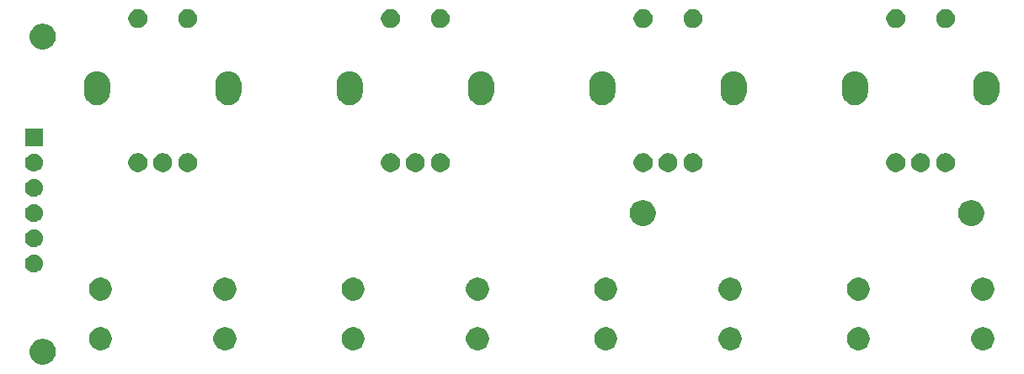
<source format=gbr>
G04 #@! TF.GenerationSoftware,KiCad,Pcbnew,5.0.1+dfsg1-2*
G04 #@! TF.CreationDate,2019-02-06T11:22:59+01:00*
G04 #@! TF.ProjectId,encoder-board,656E636F6465722D626F6172642E6B69,rev?*
G04 #@! TF.SameCoordinates,Original*
G04 #@! TF.FileFunction,Soldermask,Bot*
G04 #@! TF.FilePolarity,Negative*
%FSLAX46Y46*%
G04 Gerber Fmt 4.6, Leading zero omitted, Abs format (unit mm)*
G04 Created by KiCad (PCBNEW 5.0.1+dfsg1-2) date Mi 06 Feb 2019 11:22:59 CET*
%MOMM*%
%LPD*%
G01*
G04 APERTURE LIST*
%ADD10C,0.100000*%
G04 APERTURE END LIST*
D10*
G36*
X106424485Y-119398996D02*
X106424487Y-119398997D01*
X106424488Y-119398997D01*
X106555744Y-119453365D01*
X106661255Y-119497069D01*
X106874342Y-119639449D01*
X107055551Y-119820658D01*
X107197931Y-120033745D01*
X107296004Y-120270515D01*
X107346000Y-120521861D01*
X107346000Y-120778139D01*
X107296004Y-121029485D01*
X107197931Y-121266255D01*
X107055551Y-121479342D01*
X106874342Y-121660551D01*
X106874339Y-121660553D01*
X106661255Y-121802931D01*
X106424488Y-121901003D01*
X106424487Y-121901003D01*
X106424485Y-121901004D01*
X106173139Y-121951000D01*
X105916861Y-121951000D01*
X105665515Y-121901004D01*
X105665513Y-121901003D01*
X105665512Y-121901003D01*
X105428745Y-121802931D01*
X105215661Y-121660553D01*
X105215658Y-121660551D01*
X105034449Y-121479342D01*
X104892069Y-121266255D01*
X104793996Y-121029485D01*
X104744000Y-120778139D01*
X104744000Y-120521861D01*
X104793996Y-120270515D01*
X104892069Y-120033745D01*
X105034449Y-119820658D01*
X105215658Y-119639449D01*
X105428745Y-119497069D01*
X105534256Y-119453365D01*
X105665512Y-119398997D01*
X105665513Y-119398997D01*
X105665515Y-119398996D01*
X105916861Y-119349000D01*
X106173139Y-119349000D01*
X106424485Y-119398996D01*
X106424485Y-119398996D01*
G37*
G36*
X200895734Y-118233232D02*
X201105202Y-118319996D01*
X201293723Y-118445962D01*
X201454038Y-118606277D01*
X201580004Y-118794798D01*
X201666768Y-119004266D01*
X201711000Y-119226635D01*
X201711000Y-119453365D01*
X201666768Y-119675734D01*
X201580004Y-119885202D01*
X201454038Y-120073723D01*
X201293723Y-120234038D01*
X201105202Y-120360004D01*
X200895734Y-120446768D01*
X200673365Y-120491000D01*
X200446635Y-120491000D01*
X200224266Y-120446768D01*
X200014798Y-120360004D01*
X199826277Y-120234038D01*
X199665962Y-120073723D01*
X199539996Y-119885202D01*
X199453232Y-119675734D01*
X199409000Y-119453365D01*
X199409000Y-119226635D01*
X199453232Y-119004266D01*
X199539996Y-118794798D01*
X199665962Y-118606277D01*
X199826277Y-118445962D01*
X200014798Y-118319996D01*
X200224266Y-118233232D01*
X200446635Y-118189000D01*
X200673365Y-118189000D01*
X200895734Y-118233232D01*
X200895734Y-118233232D01*
G37*
G36*
X188395734Y-118233232D02*
X188605202Y-118319996D01*
X188793723Y-118445962D01*
X188954038Y-118606277D01*
X189080004Y-118794798D01*
X189166768Y-119004266D01*
X189211000Y-119226635D01*
X189211000Y-119453365D01*
X189166768Y-119675734D01*
X189080004Y-119885202D01*
X188954038Y-120073723D01*
X188793723Y-120234038D01*
X188605202Y-120360004D01*
X188395734Y-120446768D01*
X188173365Y-120491000D01*
X187946635Y-120491000D01*
X187724266Y-120446768D01*
X187514798Y-120360004D01*
X187326277Y-120234038D01*
X187165962Y-120073723D01*
X187039996Y-119885202D01*
X186953232Y-119675734D01*
X186909000Y-119453365D01*
X186909000Y-119226635D01*
X186953232Y-119004266D01*
X187039996Y-118794798D01*
X187165962Y-118606277D01*
X187326277Y-118445962D01*
X187514798Y-118319996D01*
X187724266Y-118233232D01*
X187946635Y-118189000D01*
X188173365Y-118189000D01*
X188395734Y-118233232D01*
X188395734Y-118233232D01*
G37*
G36*
X162995734Y-118233232D02*
X163205202Y-118319996D01*
X163393723Y-118445962D01*
X163554038Y-118606277D01*
X163680004Y-118794798D01*
X163766768Y-119004266D01*
X163811000Y-119226635D01*
X163811000Y-119453365D01*
X163766768Y-119675734D01*
X163680004Y-119885202D01*
X163554038Y-120073723D01*
X163393723Y-120234038D01*
X163205202Y-120360004D01*
X162995734Y-120446768D01*
X162773365Y-120491000D01*
X162546635Y-120491000D01*
X162324266Y-120446768D01*
X162114798Y-120360004D01*
X161926277Y-120234038D01*
X161765962Y-120073723D01*
X161639996Y-119885202D01*
X161553232Y-119675734D01*
X161509000Y-119453365D01*
X161509000Y-119226635D01*
X161553232Y-119004266D01*
X161639996Y-118794798D01*
X161765962Y-118606277D01*
X161926277Y-118445962D01*
X162114798Y-118319996D01*
X162324266Y-118233232D01*
X162546635Y-118189000D01*
X162773365Y-118189000D01*
X162995734Y-118233232D01*
X162995734Y-118233232D01*
G37*
G36*
X175495734Y-118233232D02*
X175705202Y-118319996D01*
X175893723Y-118445962D01*
X176054038Y-118606277D01*
X176180004Y-118794798D01*
X176266768Y-119004266D01*
X176311000Y-119226635D01*
X176311000Y-119453365D01*
X176266768Y-119675734D01*
X176180004Y-119885202D01*
X176054038Y-120073723D01*
X175893723Y-120234038D01*
X175705202Y-120360004D01*
X175495734Y-120446768D01*
X175273365Y-120491000D01*
X175046635Y-120491000D01*
X174824266Y-120446768D01*
X174614798Y-120360004D01*
X174426277Y-120234038D01*
X174265962Y-120073723D01*
X174139996Y-119885202D01*
X174053232Y-119675734D01*
X174009000Y-119453365D01*
X174009000Y-119226635D01*
X174053232Y-119004266D01*
X174139996Y-118794798D01*
X174265962Y-118606277D01*
X174426277Y-118445962D01*
X174614798Y-118319996D01*
X174824266Y-118233232D01*
X175046635Y-118189000D01*
X175273365Y-118189000D01*
X175495734Y-118233232D01*
X175495734Y-118233232D01*
G37*
G36*
X137595734Y-118233232D02*
X137805202Y-118319996D01*
X137993723Y-118445962D01*
X138154038Y-118606277D01*
X138280004Y-118794798D01*
X138366768Y-119004266D01*
X138411000Y-119226635D01*
X138411000Y-119453365D01*
X138366768Y-119675734D01*
X138280004Y-119885202D01*
X138154038Y-120073723D01*
X137993723Y-120234038D01*
X137805202Y-120360004D01*
X137595734Y-120446768D01*
X137373365Y-120491000D01*
X137146635Y-120491000D01*
X136924266Y-120446768D01*
X136714798Y-120360004D01*
X136526277Y-120234038D01*
X136365962Y-120073723D01*
X136239996Y-119885202D01*
X136153232Y-119675734D01*
X136109000Y-119453365D01*
X136109000Y-119226635D01*
X136153232Y-119004266D01*
X136239996Y-118794798D01*
X136365962Y-118606277D01*
X136526277Y-118445962D01*
X136714798Y-118319996D01*
X136924266Y-118233232D01*
X137146635Y-118189000D01*
X137373365Y-118189000D01*
X137595734Y-118233232D01*
X137595734Y-118233232D01*
G37*
G36*
X150095734Y-118233232D02*
X150305202Y-118319996D01*
X150493723Y-118445962D01*
X150654038Y-118606277D01*
X150780004Y-118794798D01*
X150866768Y-119004266D01*
X150911000Y-119226635D01*
X150911000Y-119453365D01*
X150866768Y-119675734D01*
X150780004Y-119885202D01*
X150654038Y-120073723D01*
X150493723Y-120234038D01*
X150305202Y-120360004D01*
X150095734Y-120446768D01*
X149873365Y-120491000D01*
X149646635Y-120491000D01*
X149424266Y-120446768D01*
X149214798Y-120360004D01*
X149026277Y-120234038D01*
X148865962Y-120073723D01*
X148739996Y-119885202D01*
X148653232Y-119675734D01*
X148609000Y-119453365D01*
X148609000Y-119226635D01*
X148653232Y-119004266D01*
X148739996Y-118794798D01*
X148865962Y-118606277D01*
X149026277Y-118445962D01*
X149214798Y-118319996D01*
X149424266Y-118233232D01*
X149646635Y-118189000D01*
X149873365Y-118189000D01*
X150095734Y-118233232D01*
X150095734Y-118233232D01*
G37*
G36*
X112195734Y-118233232D02*
X112405202Y-118319996D01*
X112593723Y-118445962D01*
X112754038Y-118606277D01*
X112880004Y-118794798D01*
X112966768Y-119004266D01*
X113011000Y-119226635D01*
X113011000Y-119453365D01*
X112966768Y-119675734D01*
X112880004Y-119885202D01*
X112754038Y-120073723D01*
X112593723Y-120234038D01*
X112405202Y-120360004D01*
X112195734Y-120446768D01*
X111973365Y-120491000D01*
X111746635Y-120491000D01*
X111524266Y-120446768D01*
X111314798Y-120360004D01*
X111126277Y-120234038D01*
X110965962Y-120073723D01*
X110839996Y-119885202D01*
X110753232Y-119675734D01*
X110709000Y-119453365D01*
X110709000Y-119226635D01*
X110753232Y-119004266D01*
X110839996Y-118794798D01*
X110965962Y-118606277D01*
X111126277Y-118445962D01*
X111314798Y-118319996D01*
X111524266Y-118233232D01*
X111746635Y-118189000D01*
X111973365Y-118189000D01*
X112195734Y-118233232D01*
X112195734Y-118233232D01*
G37*
G36*
X124695734Y-118233232D02*
X124905202Y-118319996D01*
X125093723Y-118445962D01*
X125254038Y-118606277D01*
X125380004Y-118794798D01*
X125466768Y-119004266D01*
X125511000Y-119226635D01*
X125511000Y-119453365D01*
X125466768Y-119675734D01*
X125380004Y-119885202D01*
X125254038Y-120073723D01*
X125093723Y-120234038D01*
X124905202Y-120360004D01*
X124695734Y-120446768D01*
X124473365Y-120491000D01*
X124246635Y-120491000D01*
X124024266Y-120446768D01*
X123814798Y-120360004D01*
X123626277Y-120234038D01*
X123465962Y-120073723D01*
X123339996Y-119885202D01*
X123253232Y-119675734D01*
X123209000Y-119453365D01*
X123209000Y-119226635D01*
X123253232Y-119004266D01*
X123339996Y-118794798D01*
X123465962Y-118606277D01*
X123626277Y-118445962D01*
X123814798Y-118319996D01*
X124024266Y-118233232D01*
X124246635Y-118189000D01*
X124473365Y-118189000D01*
X124695734Y-118233232D01*
X124695734Y-118233232D01*
G37*
G36*
X137595734Y-113233232D02*
X137805202Y-113319996D01*
X137993723Y-113445962D01*
X138154038Y-113606277D01*
X138280004Y-113794798D01*
X138366768Y-114004266D01*
X138411000Y-114226635D01*
X138411000Y-114453365D01*
X138366768Y-114675734D01*
X138280004Y-114885202D01*
X138154038Y-115073723D01*
X137993723Y-115234038D01*
X137805202Y-115360004D01*
X137595734Y-115446768D01*
X137373365Y-115491000D01*
X137146635Y-115491000D01*
X136924266Y-115446768D01*
X136714798Y-115360004D01*
X136526277Y-115234038D01*
X136365962Y-115073723D01*
X136239996Y-114885202D01*
X136153232Y-114675734D01*
X136109000Y-114453365D01*
X136109000Y-114226635D01*
X136153232Y-114004266D01*
X136239996Y-113794798D01*
X136365962Y-113606277D01*
X136526277Y-113445962D01*
X136714798Y-113319996D01*
X136924266Y-113233232D01*
X137146635Y-113189000D01*
X137373365Y-113189000D01*
X137595734Y-113233232D01*
X137595734Y-113233232D01*
G37*
G36*
X112195734Y-113233232D02*
X112405202Y-113319996D01*
X112593723Y-113445962D01*
X112754038Y-113606277D01*
X112880004Y-113794798D01*
X112966768Y-114004266D01*
X113011000Y-114226635D01*
X113011000Y-114453365D01*
X112966768Y-114675734D01*
X112880004Y-114885202D01*
X112754038Y-115073723D01*
X112593723Y-115234038D01*
X112405202Y-115360004D01*
X112195734Y-115446768D01*
X111973365Y-115491000D01*
X111746635Y-115491000D01*
X111524266Y-115446768D01*
X111314798Y-115360004D01*
X111126277Y-115234038D01*
X110965962Y-115073723D01*
X110839996Y-114885202D01*
X110753232Y-114675734D01*
X110709000Y-114453365D01*
X110709000Y-114226635D01*
X110753232Y-114004266D01*
X110839996Y-113794798D01*
X110965962Y-113606277D01*
X111126277Y-113445962D01*
X111314798Y-113319996D01*
X111524266Y-113233232D01*
X111746635Y-113189000D01*
X111973365Y-113189000D01*
X112195734Y-113233232D01*
X112195734Y-113233232D01*
G37*
G36*
X124695734Y-113233232D02*
X124905202Y-113319996D01*
X125093723Y-113445962D01*
X125254038Y-113606277D01*
X125380004Y-113794798D01*
X125466768Y-114004266D01*
X125511000Y-114226635D01*
X125511000Y-114453365D01*
X125466768Y-114675734D01*
X125380004Y-114885202D01*
X125254038Y-115073723D01*
X125093723Y-115234038D01*
X124905202Y-115360004D01*
X124695734Y-115446768D01*
X124473365Y-115491000D01*
X124246635Y-115491000D01*
X124024266Y-115446768D01*
X123814798Y-115360004D01*
X123626277Y-115234038D01*
X123465962Y-115073723D01*
X123339996Y-114885202D01*
X123253232Y-114675734D01*
X123209000Y-114453365D01*
X123209000Y-114226635D01*
X123253232Y-114004266D01*
X123339996Y-113794798D01*
X123465962Y-113606277D01*
X123626277Y-113445962D01*
X123814798Y-113319996D01*
X124024266Y-113233232D01*
X124246635Y-113189000D01*
X124473365Y-113189000D01*
X124695734Y-113233232D01*
X124695734Y-113233232D01*
G37*
G36*
X150095734Y-113233232D02*
X150305202Y-113319996D01*
X150493723Y-113445962D01*
X150654038Y-113606277D01*
X150780004Y-113794798D01*
X150866768Y-114004266D01*
X150911000Y-114226635D01*
X150911000Y-114453365D01*
X150866768Y-114675734D01*
X150780004Y-114885202D01*
X150654038Y-115073723D01*
X150493723Y-115234038D01*
X150305202Y-115360004D01*
X150095734Y-115446768D01*
X149873365Y-115491000D01*
X149646635Y-115491000D01*
X149424266Y-115446768D01*
X149214798Y-115360004D01*
X149026277Y-115234038D01*
X148865962Y-115073723D01*
X148739996Y-114885202D01*
X148653232Y-114675734D01*
X148609000Y-114453365D01*
X148609000Y-114226635D01*
X148653232Y-114004266D01*
X148739996Y-113794798D01*
X148865962Y-113606277D01*
X149026277Y-113445962D01*
X149214798Y-113319996D01*
X149424266Y-113233232D01*
X149646635Y-113189000D01*
X149873365Y-113189000D01*
X150095734Y-113233232D01*
X150095734Y-113233232D01*
G37*
G36*
X200895734Y-113233232D02*
X201105202Y-113319996D01*
X201293723Y-113445962D01*
X201454038Y-113606277D01*
X201580004Y-113794798D01*
X201666768Y-114004266D01*
X201711000Y-114226635D01*
X201711000Y-114453365D01*
X201666768Y-114675734D01*
X201580004Y-114885202D01*
X201454038Y-115073723D01*
X201293723Y-115234038D01*
X201105202Y-115360004D01*
X200895734Y-115446768D01*
X200673365Y-115491000D01*
X200446635Y-115491000D01*
X200224266Y-115446768D01*
X200014798Y-115360004D01*
X199826277Y-115234038D01*
X199665962Y-115073723D01*
X199539996Y-114885202D01*
X199453232Y-114675734D01*
X199409000Y-114453365D01*
X199409000Y-114226635D01*
X199453232Y-114004266D01*
X199539996Y-113794798D01*
X199665962Y-113606277D01*
X199826277Y-113445962D01*
X200014798Y-113319996D01*
X200224266Y-113233232D01*
X200446635Y-113189000D01*
X200673365Y-113189000D01*
X200895734Y-113233232D01*
X200895734Y-113233232D01*
G37*
G36*
X162995734Y-113233232D02*
X163205202Y-113319996D01*
X163393723Y-113445962D01*
X163554038Y-113606277D01*
X163680004Y-113794798D01*
X163766768Y-114004266D01*
X163811000Y-114226635D01*
X163811000Y-114453365D01*
X163766768Y-114675734D01*
X163680004Y-114885202D01*
X163554038Y-115073723D01*
X163393723Y-115234038D01*
X163205202Y-115360004D01*
X162995734Y-115446768D01*
X162773365Y-115491000D01*
X162546635Y-115491000D01*
X162324266Y-115446768D01*
X162114798Y-115360004D01*
X161926277Y-115234038D01*
X161765962Y-115073723D01*
X161639996Y-114885202D01*
X161553232Y-114675734D01*
X161509000Y-114453365D01*
X161509000Y-114226635D01*
X161553232Y-114004266D01*
X161639996Y-113794798D01*
X161765962Y-113606277D01*
X161926277Y-113445962D01*
X162114798Y-113319996D01*
X162324266Y-113233232D01*
X162546635Y-113189000D01*
X162773365Y-113189000D01*
X162995734Y-113233232D01*
X162995734Y-113233232D01*
G37*
G36*
X175495734Y-113233232D02*
X175705202Y-113319996D01*
X175893723Y-113445962D01*
X176054038Y-113606277D01*
X176180004Y-113794798D01*
X176266768Y-114004266D01*
X176311000Y-114226635D01*
X176311000Y-114453365D01*
X176266768Y-114675734D01*
X176180004Y-114885202D01*
X176054038Y-115073723D01*
X175893723Y-115234038D01*
X175705202Y-115360004D01*
X175495734Y-115446768D01*
X175273365Y-115491000D01*
X175046635Y-115491000D01*
X174824266Y-115446768D01*
X174614798Y-115360004D01*
X174426277Y-115234038D01*
X174265962Y-115073723D01*
X174139996Y-114885202D01*
X174053232Y-114675734D01*
X174009000Y-114453365D01*
X174009000Y-114226635D01*
X174053232Y-114004266D01*
X174139996Y-113794798D01*
X174265962Y-113606277D01*
X174426277Y-113445962D01*
X174614798Y-113319996D01*
X174824266Y-113233232D01*
X175046635Y-113189000D01*
X175273365Y-113189000D01*
X175495734Y-113233232D01*
X175495734Y-113233232D01*
G37*
G36*
X188395734Y-113233232D02*
X188605202Y-113319996D01*
X188793723Y-113445962D01*
X188954038Y-113606277D01*
X189080004Y-113794798D01*
X189166768Y-114004266D01*
X189211000Y-114226635D01*
X189211000Y-114453365D01*
X189166768Y-114675734D01*
X189080004Y-114885202D01*
X188954038Y-115073723D01*
X188793723Y-115234038D01*
X188605202Y-115360004D01*
X188395734Y-115446768D01*
X188173365Y-115491000D01*
X187946635Y-115491000D01*
X187724266Y-115446768D01*
X187514798Y-115360004D01*
X187326277Y-115234038D01*
X187165962Y-115073723D01*
X187039996Y-114885202D01*
X186953232Y-114675734D01*
X186909000Y-114453365D01*
X186909000Y-114226635D01*
X186953232Y-114004266D01*
X187039996Y-113794798D01*
X187165962Y-113606277D01*
X187326277Y-113445962D01*
X187514798Y-113319996D01*
X187724266Y-113233232D01*
X187946635Y-113189000D01*
X188173365Y-113189000D01*
X188395734Y-113233232D01*
X188395734Y-113233232D01*
G37*
G36*
X105266442Y-110865518D02*
X105332627Y-110872037D01*
X105445853Y-110906384D01*
X105502467Y-110923557D01*
X105641087Y-110997652D01*
X105658991Y-111007222D01*
X105694729Y-111036552D01*
X105796186Y-111119814D01*
X105879448Y-111221271D01*
X105908778Y-111257009D01*
X105908779Y-111257011D01*
X105992443Y-111413533D01*
X105992443Y-111413534D01*
X106043963Y-111583373D01*
X106061359Y-111760000D01*
X106043963Y-111936627D01*
X106009616Y-112049853D01*
X105992443Y-112106467D01*
X105918348Y-112245087D01*
X105908778Y-112262991D01*
X105879448Y-112298729D01*
X105796186Y-112400186D01*
X105694729Y-112483448D01*
X105658991Y-112512778D01*
X105658989Y-112512779D01*
X105502467Y-112596443D01*
X105445853Y-112613616D01*
X105332627Y-112647963D01*
X105266442Y-112654482D01*
X105200260Y-112661000D01*
X105111740Y-112661000D01*
X105045558Y-112654482D01*
X104979373Y-112647963D01*
X104866147Y-112613616D01*
X104809533Y-112596443D01*
X104653011Y-112512779D01*
X104653009Y-112512778D01*
X104617271Y-112483448D01*
X104515814Y-112400186D01*
X104432552Y-112298729D01*
X104403222Y-112262991D01*
X104393652Y-112245087D01*
X104319557Y-112106467D01*
X104302384Y-112049853D01*
X104268037Y-111936627D01*
X104250641Y-111760000D01*
X104268037Y-111583373D01*
X104319557Y-111413534D01*
X104319557Y-111413533D01*
X104403221Y-111257011D01*
X104403222Y-111257009D01*
X104432552Y-111221271D01*
X104515814Y-111119814D01*
X104617271Y-111036552D01*
X104653009Y-111007222D01*
X104670913Y-110997652D01*
X104809533Y-110923557D01*
X104866147Y-110906384D01*
X104979373Y-110872037D01*
X105045558Y-110865518D01*
X105111740Y-110859000D01*
X105200260Y-110859000D01*
X105266442Y-110865518D01*
X105266442Y-110865518D01*
G37*
G36*
X105266443Y-108325519D02*
X105332627Y-108332037D01*
X105445853Y-108366384D01*
X105502467Y-108383557D01*
X105641087Y-108457652D01*
X105658991Y-108467222D01*
X105694729Y-108496552D01*
X105796186Y-108579814D01*
X105879448Y-108681271D01*
X105908778Y-108717009D01*
X105908779Y-108717011D01*
X105992443Y-108873533D01*
X105992443Y-108873534D01*
X106043963Y-109043373D01*
X106061359Y-109220000D01*
X106043963Y-109396627D01*
X106009616Y-109509853D01*
X105992443Y-109566467D01*
X105918348Y-109705087D01*
X105908778Y-109722991D01*
X105879448Y-109758729D01*
X105796186Y-109860186D01*
X105694729Y-109943448D01*
X105658991Y-109972778D01*
X105658989Y-109972779D01*
X105502467Y-110056443D01*
X105445853Y-110073616D01*
X105332627Y-110107963D01*
X105266443Y-110114481D01*
X105200260Y-110121000D01*
X105111740Y-110121000D01*
X105045557Y-110114481D01*
X104979373Y-110107963D01*
X104866147Y-110073616D01*
X104809533Y-110056443D01*
X104653011Y-109972779D01*
X104653009Y-109972778D01*
X104617271Y-109943448D01*
X104515814Y-109860186D01*
X104432552Y-109758729D01*
X104403222Y-109722991D01*
X104393652Y-109705087D01*
X104319557Y-109566467D01*
X104302384Y-109509853D01*
X104268037Y-109396627D01*
X104250641Y-109220000D01*
X104268037Y-109043373D01*
X104319557Y-108873534D01*
X104319557Y-108873533D01*
X104403221Y-108717011D01*
X104403222Y-108717009D01*
X104432552Y-108681271D01*
X104515814Y-108579814D01*
X104617271Y-108496552D01*
X104653009Y-108467222D01*
X104670913Y-108457652D01*
X104809533Y-108383557D01*
X104866147Y-108366384D01*
X104979373Y-108332037D01*
X105045557Y-108325519D01*
X105111740Y-108319000D01*
X105200260Y-108319000D01*
X105266443Y-108325519D01*
X105266443Y-108325519D01*
G37*
G36*
X199769485Y-105428996D02*
X199769487Y-105428997D01*
X199769488Y-105428997D01*
X200006255Y-105527069D01*
X200219342Y-105669449D01*
X200400551Y-105850658D01*
X200542931Y-106063745D01*
X200641004Y-106300515D01*
X200691000Y-106551861D01*
X200691000Y-106808139D01*
X200641004Y-107059485D01*
X200542931Y-107296255D01*
X200400551Y-107509342D01*
X200219342Y-107690551D01*
X200219339Y-107690553D01*
X200006255Y-107832931D01*
X199769488Y-107931003D01*
X199769487Y-107931003D01*
X199769485Y-107931004D01*
X199518139Y-107981000D01*
X199261861Y-107981000D01*
X199010515Y-107931004D01*
X199010513Y-107931003D01*
X199010512Y-107931003D01*
X198773745Y-107832931D01*
X198560661Y-107690553D01*
X198560658Y-107690551D01*
X198379449Y-107509342D01*
X198237069Y-107296255D01*
X198138996Y-107059485D01*
X198089000Y-106808139D01*
X198089000Y-106551861D01*
X198138996Y-106300515D01*
X198237069Y-106063745D01*
X198379449Y-105850658D01*
X198560658Y-105669449D01*
X198773745Y-105527069D01*
X199010512Y-105428997D01*
X199010513Y-105428997D01*
X199010515Y-105428996D01*
X199261861Y-105379000D01*
X199518139Y-105379000D01*
X199769485Y-105428996D01*
X199769485Y-105428996D01*
G37*
G36*
X166749485Y-105428996D02*
X166749487Y-105428997D01*
X166749488Y-105428997D01*
X166986255Y-105527069D01*
X167199342Y-105669449D01*
X167380551Y-105850658D01*
X167522931Y-106063745D01*
X167621004Y-106300515D01*
X167671000Y-106551861D01*
X167671000Y-106808139D01*
X167621004Y-107059485D01*
X167522931Y-107296255D01*
X167380551Y-107509342D01*
X167199342Y-107690551D01*
X167199339Y-107690553D01*
X166986255Y-107832931D01*
X166749488Y-107931003D01*
X166749487Y-107931003D01*
X166749485Y-107931004D01*
X166498139Y-107981000D01*
X166241861Y-107981000D01*
X165990515Y-107931004D01*
X165990513Y-107931003D01*
X165990512Y-107931003D01*
X165753745Y-107832931D01*
X165540661Y-107690553D01*
X165540658Y-107690551D01*
X165359449Y-107509342D01*
X165217069Y-107296255D01*
X165118996Y-107059485D01*
X165069000Y-106808139D01*
X165069000Y-106551861D01*
X165118996Y-106300515D01*
X165217069Y-106063745D01*
X165359449Y-105850658D01*
X165540658Y-105669449D01*
X165753745Y-105527069D01*
X165990512Y-105428997D01*
X165990513Y-105428997D01*
X165990515Y-105428996D01*
X166241861Y-105379000D01*
X166498139Y-105379000D01*
X166749485Y-105428996D01*
X166749485Y-105428996D01*
G37*
G36*
X105266443Y-105785519D02*
X105332627Y-105792037D01*
X105445853Y-105826384D01*
X105502467Y-105843557D01*
X105515757Y-105850661D01*
X105658991Y-105927222D01*
X105694729Y-105956552D01*
X105796186Y-106039814D01*
X105879448Y-106141271D01*
X105908778Y-106177009D01*
X105908779Y-106177011D01*
X105992443Y-106333533D01*
X105992443Y-106333534D01*
X106043963Y-106503373D01*
X106061359Y-106680000D01*
X106043963Y-106856627D01*
X106009616Y-106969853D01*
X105992443Y-107026467D01*
X105918348Y-107165087D01*
X105908778Y-107182991D01*
X105879448Y-107218729D01*
X105796186Y-107320186D01*
X105694729Y-107403448D01*
X105658991Y-107432778D01*
X105658989Y-107432779D01*
X105502467Y-107516443D01*
X105445853Y-107533616D01*
X105332627Y-107567963D01*
X105266443Y-107574481D01*
X105200260Y-107581000D01*
X105111740Y-107581000D01*
X105045557Y-107574481D01*
X104979373Y-107567963D01*
X104866147Y-107533616D01*
X104809533Y-107516443D01*
X104653011Y-107432779D01*
X104653009Y-107432778D01*
X104617271Y-107403448D01*
X104515814Y-107320186D01*
X104432552Y-107218729D01*
X104403222Y-107182991D01*
X104393652Y-107165087D01*
X104319557Y-107026467D01*
X104302384Y-106969853D01*
X104268037Y-106856627D01*
X104250641Y-106680000D01*
X104268037Y-106503373D01*
X104319557Y-106333534D01*
X104319557Y-106333533D01*
X104403221Y-106177011D01*
X104403222Y-106177009D01*
X104432552Y-106141271D01*
X104515814Y-106039814D01*
X104617271Y-105956552D01*
X104653009Y-105927222D01*
X104796243Y-105850661D01*
X104809533Y-105843557D01*
X104866147Y-105826384D01*
X104979373Y-105792037D01*
X105045557Y-105785519D01*
X105111740Y-105779000D01*
X105200260Y-105779000D01*
X105266443Y-105785519D01*
X105266443Y-105785519D01*
G37*
G36*
X105266443Y-103245519D02*
X105332627Y-103252037D01*
X105445853Y-103286384D01*
X105502467Y-103303557D01*
X105641087Y-103377652D01*
X105658991Y-103387222D01*
X105694729Y-103416552D01*
X105796186Y-103499814D01*
X105879448Y-103601271D01*
X105908778Y-103637009D01*
X105908779Y-103637011D01*
X105992443Y-103793533D01*
X105992443Y-103793534D01*
X106043963Y-103963373D01*
X106061359Y-104140000D01*
X106043963Y-104316627D01*
X106009616Y-104429853D01*
X105992443Y-104486467D01*
X105918348Y-104625087D01*
X105908778Y-104642991D01*
X105879448Y-104678729D01*
X105796186Y-104780186D01*
X105694729Y-104863448D01*
X105658991Y-104892778D01*
X105658989Y-104892779D01*
X105502467Y-104976443D01*
X105445853Y-104993616D01*
X105332627Y-105027963D01*
X105266442Y-105034482D01*
X105200260Y-105041000D01*
X105111740Y-105041000D01*
X105045557Y-105034481D01*
X104979373Y-105027963D01*
X104866147Y-104993616D01*
X104809533Y-104976443D01*
X104653011Y-104892779D01*
X104653009Y-104892778D01*
X104617271Y-104863448D01*
X104515814Y-104780186D01*
X104432552Y-104678729D01*
X104403222Y-104642991D01*
X104393652Y-104625087D01*
X104319557Y-104486467D01*
X104302384Y-104429853D01*
X104268037Y-104316627D01*
X104250641Y-104140000D01*
X104268037Y-103963373D01*
X104319557Y-103793534D01*
X104319557Y-103793533D01*
X104403221Y-103637011D01*
X104403222Y-103637009D01*
X104432552Y-103601271D01*
X104515814Y-103499814D01*
X104617271Y-103416552D01*
X104653009Y-103387222D01*
X104670913Y-103377652D01*
X104809533Y-103303557D01*
X104866147Y-103286384D01*
X104979373Y-103252037D01*
X105045558Y-103245518D01*
X105111740Y-103239000D01*
X105200260Y-103239000D01*
X105266443Y-103245519D01*
X105266443Y-103245519D01*
G37*
G36*
X194587396Y-100685546D02*
X194760466Y-100757234D01*
X194916230Y-100861312D01*
X195048688Y-100993770D01*
X195152766Y-101149534D01*
X195224454Y-101322604D01*
X195261000Y-101506333D01*
X195261000Y-101693667D01*
X195224454Y-101877396D01*
X195152766Y-102050466D01*
X195048688Y-102206230D01*
X194916230Y-102338688D01*
X194760466Y-102442766D01*
X194587396Y-102514454D01*
X194403667Y-102551000D01*
X194216333Y-102551000D01*
X194032604Y-102514454D01*
X193859534Y-102442766D01*
X193703770Y-102338688D01*
X193571312Y-102206230D01*
X193467234Y-102050466D01*
X193395546Y-101877396D01*
X193359000Y-101693667D01*
X193359000Y-101506333D01*
X193395546Y-101322604D01*
X193467234Y-101149534D01*
X193571312Y-100993770D01*
X193703770Y-100861312D01*
X193859534Y-100757234D01*
X194032604Y-100685546D01*
X194216333Y-100649000D01*
X194403667Y-100649000D01*
X194587396Y-100685546D01*
X194587396Y-100685546D01*
G37*
G36*
X166687396Y-100685546D02*
X166860466Y-100757234D01*
X167016230Y-100861312D01*
X167148688Y-100993770D01*
X167252766Y-101149534D01*
X167324454Y-101322604D01*
X167361000Y-101506333D01*
X167361000Y-101693667D01*
X167324454Y-101877396D01*
X167252766Y-102050466D01*
X167148688Y-102206230D01*
X167016230Y-102338688D01*
X166860466Y-102442766D01*
X166687396Y-102514454D01*
X166503667Y-102551000D01*
X166316333Y-102551000D01*
X166132604Y-102514454D01*
X165959534Y-102442766D01*
X165803770Y-102338688D01*
X165671312Y-102206230D01*
X165567234Y-102050466D01*
X165495546Y-101877396D01*
X165459000Y-101693667D01*
X165459000Y-101506333D01*
X165495546Y-101322604D01*
X165567234Y-101149534D01*
X165671312Y-100993770D01*
X165803770Y-100861312D01*
X165959534Y-100757234D01*
X166132604Y-100685546D01*
X166316333Y-100649000D01*
X166503667Y-100649000D01*
X166687396Y-100685546D01*
X166687396Y-100685546D01*
G37*
G36*
X169187396Y-100685546D02*
X169360466Y-100757234D01*
X169516230Y-100861312D01*
X169648688Y-100993770D01*
X169752766Y-101149534D01*
X169824454Y-101322604D01*
X169861000Y-101506333D01*
X169861000Y-101693667D01*
X169824454Y-101877396D01*
X169752766Y-102050466D01*
X169648688Y-102206230D01*
X169516230Y-102338688D01*
X169360466Y-102442766D01*
X169187396Y-102514454D01*
X169003667Y-102551000D01*
X168816333Y-102551000D01*
X168632604Y-102514454D01*
X168459534Y-102442766D01*
X168303770Y-102338688D01*
X168171312Y-102206230D01*
X168067234Y-102050466D01*
X167995546Y-101877396D01*
X167959000Y-101693667D01*
X167959000Y-101506333D01*
X167995546Y-101322604D01*
X168067234Y-101149534D01*
X168171312Y-100993770D01*
X168303770Y-100861312D01*
X168459534Y-100757234D01*
X168632604Y-100685546D01*
X168816333Y-100649000D01*
X169003667Y-100649000D01*
X169187396Y-100685546D01*
X169187396Y-100685546D01*
G37*
G36*
X171687396Y-100685546D02*
X171860466Y-100757234D01*
X172016230Y-100861312D01*
X172148688Y-100993770D01*
X172252766Y-101149534D01*
X172324454Y-101322604D01*
X172361000Y-101506333D01*
X172361000Y-101693667D01*
X172324454Y-101877396D01*
X172252766Y-102050466D01*
X172148688Y-102206230D01*
X172016230Y-102338688D01*
X171860466Y-102442766D01*
X171687396Y-102514454D01*
X171503667Y-102551000D01*
X171316333Y-102551000D01*
X171132604Y-102514454D01*
X170959534Y-102442766D01*
X170803770Y-102338688D01*
X170671312Y-102206230D01*
X170567234Y-102050466D01*
X170495546Y-101877396D01*
X170459000Y-101693667D01*
X170459000Y-101506333D01*
X170495546Y-101322604D01*
X170567234Y-101149534D01*
X170671312Y-100993770D01*
X170803770Y-100861312D01*
X170959534Y-100757234D01*
X171132604Y-100685546D01*
X171316333Y-100649000D01*
X171503667Y-100649000D01*
X171687396Y-100685546D01*
X171687396Y-100685546D01*
G37*
G36*
X115887396Y-100685546D02*
X116060466Y-100757234D01*
X116216230Y-100861312D01*
X116348688Y-100993770D01*
X116452766Y-101149534D01*
X116524454Y-101322604D01*
X116561000Y-101506333D01*
X116561000Y-101693667D01*
X116524454Y-101877396D01*
X116452766Y-102050466D01*
X116348688Y-102206230D01*
X116216230Y-102338688D01*
X116060466Y-102442766D01*
X115887396Y-102514454D01*
X115703667Y-102551000D01*
X115516333Y-102551000D01*
X115332604Y-102514454D01*
X115159534Y-102442766D01*
X115003770Y-102338688D01*
X114871312Y-102206230D01*
X114767234Y-102050466D01*
X114695546Y-101877396D01*
X114659000Y-101693667D01*
X114659000Y-101506333D01*
X114695546Y-101322604D01*
X114767234Y-101149534D01*
X114871312Y-100993770D01*
X115003770Y-100861312D01*
X115159534Y-100757234D01*
X115332604Y-100685546D01*
X115516333Y-100649000D01*
X115703667Y-100649000D01*
X115887396Y-100685546D01*
X115887396Y-100685546D01*
G37*
G36*
X118387396Y-100685546D02*
X118560466Y-100757234D01*
X118716230Y-100861312D01*
X118848688Y-100993770D01*
X118952766Y-101149534D01*
X119024454Y-101322604D01*
X119061000Y-101506333D01*
X119061000Y-101693667D01*
X119024454Y-101877396D01*
X118952766Y-102050466D01*
X118848688Y-102206230D01*
X118716230Y-102338688D01*
X118560466Y-102442766D01*
X118387396Y-102514454D01*
X118203667Y-102551000D01*
X118016333Y-102551000D01*
X117832604Y-102514454D01*
X117659534Y-102442766D01*
X117503770Y-102338688D01*
X117371312Y-102206230D01*
X117267234Y-102050466D01*
X117195546Y-101877396D01*
X117159000Y-101693667D01*
X117159000Y-101506333D01*
X117195546Y-101322604D01*
X117267234Y-101149534D01*
X117371312Y-100993770D01*
X117503770Y-100861312D01*
X117659534Y-100757234D01*
X117832604Y-100685546D01*
X118016333Y-100649000D01*
X118203667Y-100649000D01*
X118387396Y-100685546D01*
X118387396Y-100685546D01*
G37*
G36*
X192087396Y-100685546D02*
X192260466Y-100757234D01*
X192416230Y-100861312D01*
X192548688Y-100993770D01*
X192652766Y-101149534D01*
X192724454Y-101322604D01*
X192761000Y-101506333D01*
X192761000Y-101693667D01*
X192724454Y-101877396D01*
X192652766Y-102050466D01*
X192548688Y-102206230D01*
X192416230Y-102338688D01*
X192260466Y-102442766D01*
X192087396Y-102514454D01*
X191903667Y-102551000D01*
X191716333Y-102551000D01*
X191532604Y-102514454D01*
X191359534Y-102442766D01*
X191203770Y-102338688D01*
X191071312Y-102206230D01*
X190967234Y-102050466D01*
X190895546Y-101877396D01*
X190859000Y-101693667D01*
X190859000Y-101506333D01*
X190895546Y-101322604D01*
X190967234Y-101149534D01*
X191071312Y-100993770D01*
X191203770Y-100861312D01*
X191359534Y-100757234D01*
X191532604Y-100685546D01*
X191716333Y-100649000D01*
X191903667Y-100649000D01*
X192087396Y-100685546D01*
X192087396Y-100685546D01*
G37*
G36*
X146287396Y-100685546D02*
X146460466Y-100757234D01*
X146616230Y-100861312D01*
X146748688Y-100993770D01*
X146852766Y-101149534D01*
X146924454Y-101322604D01*
X146961000Y-101506333D01*
X146961000Y-101693667D01*
X146924454Y-101877396D01*
X146852766Y-102050466D01*
X146748688Y-102206230D01*
X146616230Y-102338688D01*
X146460466Y-102442766D01*
X146287396Y-102514454D01*
X146103667Y-102551000D01*
X145916333Y-102551000D01*
X145732604Y-102514454D01*
X145559534Y-102442766D01*
X145403770Y-102338688D01*
X145271312Y-102206230D01*
X145167234Y-102050466D01*
X145095546Y-101877396D01*
X145059000Y-101693667D01*
X145059000Y-101506333D01*
X145095546Y-101322604D01*
X145167234Y-101149534D01*
X145271312Y-100993770D01*
X145403770Y-100861312D01*
X145559534Y-100757234D01*
X145732604Y-100685546D01*
X145916333Y-100649000D01*
X146103667Y-100649000D01*
X146287396Y-100685546D01*
X146287396Y-100685546D01*
G37*
G36*
X197087396Y-100685546D02*
X197260466Y-100757234D01*
X197416230Y-100861312D01*
X197548688Y-100993770D01*
X197652766Y-101149534D01*
X197724454Y-101322604D01*
X197761000Y-101506333D01*
X197761000Y-101693667D01*
X197724454Y-101877396D01*
X197652766Y-102050466D01*
X197548688Y-102206230D01*
X197416230Y-102338688D01*
X197260466Y-102442766D01*
X197087396Y-102514454D01*
X196903667Y-102551000D01*
X196716333Y-102551000D01*
X196532604Y-102514454D01*
X196359534Y-102442766D01*
X196203770Y-102338688D01*
X196071312Y-102206230D01*
X195967234Y-102050466D01*
X195895546Y-101877396D01*
X195859000Y-101693667D01*
X195859000Y-101506333D01*
X195895546Y-101322604D01*
X195967234Y-101149534D01*
X196071312Y-100993770D01*
X196203770Y-100861312D01*
X196359534Y-100757234D01*
X196532604Y-100685546D01*
X196716333Y-100649000D01*
X196903667Y-100649000D01*
X197087396Y-100685546D01*
X197087396Y-100685546D01*
G37*
G36*
X141287396Y-100685546D02*
X141460466Y-100757234D01*
X141616230Y-100861312D01*
X141748688Y-100993770D01*
X141852766Y-101149534D01*
X141924454Y-101322604D01*
X141961000Y-101506333D01*
X141961000Y-101693667D01*
X141924454Y-101877396D01*
X141852766Y-102050466D01*
X141748688Y-102206230D01*
X141616230Y-102338688D01*
X141460466Y-102442766D01*
X141287396Y-102514454D01*
X141103667Y-102551000D01*
X140916333Y-102551000D01*
X140732604Y-102514454D01*
X140559534Y-102442766D01*
X140403770Y-102338688D01*
X140271312Y-102206230D01*
X140167234Y-102050466D01*
X140095546Y-101877396D01*
X140059000Y-101693667D01*
X140059000Y-101506333D01*
X140095546Y-101322604D01*
X140167234Y-101149534D01*
X140271312Y-100993770D01*
X140403770Y-100861312D01*
X140559534Y-100757234D01*
X140732604Y-100685546D01*
X140916333Y-100649000D01*
X141103667Y-100649000D01*
X141287396Y-100685546D01*
X141287396Y-100685546D01*
G37*
G36*
X143787396Y-100685546D02*
X143960466Y-100757234D01*
X144116230Y-100861312D01*
X144248688Y-100993770D01*
X144352766Y-101149534D01*
X144424454Y-101322604D01*
X144461000Y-101506333D01*
X144461000Y-101693667D01*
X144424454Y-101877396D01*
X144352766Y-102050466D01*
X144248688Y-102206230D01*
X144116230Y-102338688D01*
X143960466Y-102442766D01*
X143787396Y-102514454D01*
X143603667Y-102551000D01*
X143416333Y-102551000D01*
X143232604Y-102514454D01*
X143059534Y-102442766D01*
X142903770Y-102338688D01*
X142771312Y-102206230D01*
X142667234Y-102050466D01*
X142595546Y-101877396D01*
X142559000Y-101693667D01*
X142559000Y-101506333D01*
X142595546Y-101322604D01*
X142667234Y-101149534D01*
X142771312Y-100993770D01*
X142903770Y-100861312D01*
X143059534Y-100757234D01*
X143232604Y-100685546D01*
X143416333Y-100649000D01*
X143603667Y-100649000D01*
X143787396Y-100685546D01*
X143787396Y-100685546D01*
G37*
G36*
X120887396Y-100685546D02*
X121060466Y-100757234D01*
X121216230Y-100861312D01*
X121348688Y-100993770D01*
X121452766Y-101149534D01*
X121524454Y-101322604D01*
X121561000Y-101506333D01*
X121561000Y-101693667D01*
X121524454Y-101877396D01*
X121452766Y-102050466D01*
X121348688Y-102206230D01*
X121216230Y-102338688D01*
X121060466Y-102442766D01*
X120887396Y-102514454D01*
X120703667Y-102551000D01*
X120516333Y-102551000D01*
X120332604Y-102514454D01*
X120159534Y-102442766D01*
X120003770Y-102338688D01*
X119871312Y-102206230D01*
X119767234Y-102050466D01*
X119695546Y-101877396D01*
X119659000Y-101693667D01*
X119659000Y-101506333D01*
X119695546Y-101322604D01*
X119767234Y-101149534D01*
X119871312Y-100993770D01*
X120003770Y-100861312D01*
X120159534Y-100757234D01*
X120332604Y-100685546D01*
X120516333Y-100649000D01*
X120703667Y-100649000D01*
X120887396Y-100685546D01*
X120887396Y-100685546D01*
G37*
G36*
X105266443Y-100705519D02*
X105332627Y-100712037D01*
X105445853Y-100746384D01*
X105502467Y-100763557D01*
X105641087Y-100837652D01*
X105658991Y-100847222D01*
X105694729Y-100876552D01*
X105796186Y-100959814D01*
X105879448Y-101061271D01*
X105908778Y-101097009D01*
X105908779Y-101097011D01*
X105992443Y-101253533D01*
X105992443Y-101253534D01*
X106043963Y-101423373D01*
X106061359Y-101600000D01*
X106043963Y-101776627D01*
X106013395Y-101877396D01*
X105992443Y-101946467D01*
X105936853Y-102050467D01*
X105908778Y-102102991D01*
X105879448Y-102138729D01*
X105796186Y-102240186D01*
X105694729Y-102323448D01*
X105658991Y-102352778D01*
X105658989Y-102352779D01*
X105502467Y-102436443D01*
X105481622Y-102442766D01*
X105332627Y-102487963D01*
X105266442Y-102494482D01*
X105200260Y-102501000D01*
X105111740Y-102501000D01*
X105045558Y-102494482D01*
X104979373Y-102487963D01*
X104830378Y-102442766D01*
X104809533Y-102436443D01*
X104653011Y-102352779D01*
X104653009Y-102352778D01*
X104617271Y-102323448D01*
X104515814Y-102240186D01*
X104432552Y-102138729D01*
X104403222Y-102102991D01*
X104375147Y-102050467D01*
X104319557Y-101946467D01*
X104298605Y-101877396D01*
X104268037Y-101776627D01*
X104250641Y-101600000D01*
X104268037Y-101423373D01*
X104319557Y-101253534D01*
X104319557Y-101253533D01*
X104403221Y-101097011D01*
X104403222Y-101097009D01*
X104432552Y-101061271D01*
X104515814Y-100959814D01*
X104617271Y-100876552D01*
X104653009Y-100847222D01*
X104670913Y-100837652D01*
X104809533Y-100763557D01*
X104866147Y-100746384D01*
X104979373Y-100712037D01*
X105045557Y-100705519D01*
X105111740Y-100699000D01*
X105200260Y-100699000D01*
X105266443Y-100705519D01*
X105266443Y-100705519D01*
G37*
G36*
X106057000Y-99961000D02*
X104255000Y-99961000D01*
X104255000Y-98159000D01*
X106057000Y-98159000D01*
X106057000Y-99961000D01*
X106057000Y-99961000D01*
G37*
G36*
X187965039Y-92417825D02*
X188210279Y-92492218D01*
X188210281Y-92492219D01*
X188436295Y-92613026D01*
X188634396Y-92775603D01*
X188767821Y-92938182D01*
X188796975Y-92973706D01*
X188917782Y-93199720D01*
X188992175Y-93444960D01*
X189011000Y-93636095D01*
X189011000Y-94563904D01*
X188992175Y-94755040D01*
X188917782Y-95000280D01*
X188917781Y-95000282D01*
X188796974Y-95226296D01*
X188634397Y-95424397D01*
X188436296Y-95586974D01*
X188436294Y-95586975D01*
X188210280Y-95707782D01*
X187965040Y-95782175D01*
X187710000Y-95807294D01*
X187454961Y-95782175D01*
X187209721Y-95707782D01*
X186983707Y-95586975D01*
X186983705Y-95586974D01*
X186785604Y-95424397D01*
X186623026Y-95226295D01*
X186502219Y-95000282D01*
X186502218Y-95000280D01*
X186427825Y-94755040D01*
X186409000Y-94563905D01*
X186409000Y-93636096D01*
X186427825Y-93444961D01*
X186502218Y-93199721D01*
X186623025Y-92973707D01*
X186623026Y-92973705D01*
X186785603Y-92775604D01*
X186983705Y-92613026D01*
X186983704Y-92613026D01*
X186983706Y-92613025D01*
X187209720Y-92492218D01*
X187454960Y-92417825D01*
X187710000Y-92392706D01*
X187965039Y-92417825D01*
X187965039Y-92417825D01*
G37*
G36*
X111765039Y-92417825D02*
X112010279Y-92492218D01*
X112010281Y-92492219D01*
X112236295Y-92613026D01*
X112434396Y-92775603D01*
X112567821Y-92938182D01*
X112596975Y-92973706D01*
X112717782Y-93199720D01*
X112792175Y-93444960D01*
X112811000Y-93636095D01*
X112811000Y-94563904D01*
X112792175Y-94755040D01*
X112717782Y-95000280D01*
X112717781Y-95000282D01*
X112596974Y-95226296D01*
X112434397Y-95424397D01*
X112236296Y-95586974D01*
X112236294Y-95586975D01*
X112010280Y-95707782D01*
X111765040Y-95782175D01*
X111510000Y-95807294D01*
X111254961Y-95782175D01*
X111009721Y-95707782D01*
X110783707Y-95586975D01*
X110783705Y-95586974D01*
X110585604Y-95424397D01*
X110423026Y-95226295D01*
X110302219Y-95000282D01*
X110302218Y-95000280D01*
X110227825Y-94755040D01*
X110209000Y-94563905D01*
X110209000Y-93636096D01*
X110227825Y-93444961D01*
X110302218Y-93199721D01*
X110423025Y-92973707D01*
X110423026Y-92973705D01*
X110585603Y-92775604D01*
X110783705Y-92613026D01*
X110783704Y-92613026D01*
X110783706Y-92613025D01*
X111009720Y-92492218D01*
X111254960Y-92417825D01*
X111510000Y-92392706D01*
X111765039Y-92417825D01*
X111765039Y-92417825D01*
G37*
G36*
X124965039Y-92417825D02*
X125210279Y-92492218D01*
X125210281Y-92492219D01*
X125436295Y-92613026D01*
X125634396Y-92775603D01*
X125767821Y-92938182D01*
X125796975Y-92973706D01*
X125917782Y-93199720D01*
X125992175Y-93444960D01*
X126011000Y-93636095D01*
X126011000Y-94563904D01*
X125992175Y-94755040D01*
X125917782Y-95000280D01*
X125917781Y-95000282D01*
X125796974Y-95226296D01*
X125634397Y-95424397D01*
X125436296Y-95586974D01*
X125436294Y-95586975D01*
X125210280Y-95707782D01*
X124965040Y-95782175D01*
X124710000Y-95807294D01*
X124454961Y-95782175D01*
X124209721Y-95707782D01*
X123983707Y-95586975D01*
X123983705Y-95586974D01*
X123785604Y-95424397D01*
X123623026Y-95226295D01*
X123502219Y-95000282D01*
X123502218Y-95000280D01*
X123427825Y-94755040D01*
X123409000Y-94563905D01*
X123409000Y-93636096D01*
X123427825Y-93444961D01*
X123502218Y-93199721D01*
X123623025Y-92973707D01*
X123623026Y-92973705D01*
X123785603Y-92775604D01*
X123983705Y-92613026D01*
X123983704Y-92613026D01*
X123983706Y-92613025D01*
X124209720Y-92492218D01*
X124454960Y-92417825D01*
X124710000Y-92392706D01*
X124965039Y-92417825D01*
X124965039Y-92417825D01*
G37*
G36*
X137165039Y-92417825D02*
X137410279Y-92492218D01*
X137410281Y-92492219D01*
X137636295Y-92613026D01*
X137834396Y-92775603D01*
X137967821Y-92938182D01*
X137996975Y-92973706D01*
X138117782Y-93199720D01*
X138192175Y-93444960D01*
X138211000Y-93636095D01*
X138211000Y-94563904D01*
X138192175Y-94755040D01*
X138117782Y-95000280D01*
X138117781Y-95000282D01*
X137996974Y-95226296D01*
X137834397Y-95424397D01*
X137636296Y-95586974D01*
X137636294Y-95586975D01*
X137410280Y-95707782D01*
X137165040Y-95782175D01*
X136910000Y-95807294D01*
X136654961Y-95782175D01*
X136409721Y-95707782D01*
X136183707Y-95586975D01*
X136183705Y-95586974D01*
X135985604Y-95424397D01*
X135823026Y-95226295D01*
X135702219Y-95000282D01*
X135702218Y-95000280D01*
X135627825Y-94755040D01*
X135609000Y-94563905D01*
X135609000Y-93636096D01*
X135627825Y-93444961D01*
X135702218Y-93199721D01*
X135823025Y-92973707D01*
X135823026Y-92973705D01*
X135985603Y-92775604D01*
X136183705Y-92613026D01*
X136183704Y-92613026D01*
X136183706Y-92613025D01*
X136409720Y-92492218D01*
X136654960Y-92417825D01*
X136910000Y-92392706D01*
X137165039Y-92417825D01*
X137165039Y-92417825D01*
G37*
G36*
X201165039Y-92417825D02*
X201410279Y-92492218D01*
X201410281Y-92492219D01*
X201636295Y-92613026D01*
X201834396Y-92775603D01*
X201967821Y-92938182D01*
X201996975Y-92973706D01*
X202117782Y-93199720D01*
X202192175Y-93444960D01*
X202211000Y-93636095D01*
X202211000Y-94563904D01*
X202192175Y-94755040D01*
X202117782Y-95000280D01*
X202117781Y-95000282D01*
X201996974Y-95226296D01*
X201834397Y-95424397D01*
X201636296Y-95586974D01*
X201636294Y-95586975D01*
X201410280Y-95707782D01*
X201165040Y-95782175D01*
X200910000Y-95807294D01*
X200654961Y-95782175D01*
X200409721Y-95707782D01*
X200183707Y-95586975D01*
X200183705Y-95586974D01*
X199985604Y-95424397D01*
X199823026Y-95226295D01*
X199702219Y-95000282D01*
X199702218Y-95000280D01*
X199627825Y-94755040D01*
X199609000Y-94563905D01*
X199609000Y-93636096D01*
X199627825Y-93444961D01*
X199702218Y-93199721D01*
X199823025Y-92973707D01*
X199823026Y-92973705D01*
X199985603Y-92775604D01*
X200183705Y-92613026D01*
X200183704Y-92613026D01*
X200183706Y-92613025D01*
X200409720Y-92492218D01*
X200654960Y-92417825D01*
X200910000Y-92392706D01*
X201165039Y-92417825D01*
X201165039Y-92417825D01*
G37*
G36*
X150365039Y-92417825D02*
X150610279Y-92492218D01*
X150610281Y-92492219D01*
X150836295Y-92613026D01*
X151034396Y-92775603D01*
X151167821Y-92938182D01*
X151196975Y-92973706D01*
X151317782Y-93199720D01*
X151392175Y-93444960D01*
X151411000Y-93636095D01*
X151411000Y-94563904D01*
X151392175Y-94755040D01*
X151317782Y-95000280D01*
X151317781Y-95000282D01*
X151196974Y-95226296D01*
X151034397Y-95424397D01*
X150836296Y-95586974D01*
X150836294Y-95586975D01*
X150610280Y-95707782D01*
X150365040Y-95782175D01*
X150110000Y-95807294D01*
X149854961Y-95782175D01*
X149609721Y-95707782D01*
X149383707Y-95586975D01*
X149383705Y-95586974D01*
X149185604Y-95424397D01*
X149023026Y-95226295D01*
X148902219Y-95000282D01*
X148902218Y-95000280D01*
X148827825Y-94755040D01*
X148809000Y-94563905D01*
X148809000Y-93636096D01*
X148827825Y-93444961D01*
X148902218Y-93199721D01*
X149023025Y-92973707D01*
X149023026Y-92973705D01*
X149185603Y-92775604D01*
X149383705Y-92613026D01*
X149383704Y-92613026D01*
X149383706Y-92613025D01*
X149609720Y-92492218D01*
X149854960Y-92417825D01*
X150110000Y-92392706D01*
X150365039Y-92417825D01*
X150365039Y-92417825D01*
G37*
G36*
X162565039Y-92417825D02*
X162810279Y-92492218D01*
X162810281Y-92492219D01*
X163036295Y-92613026D01*
X163234396Y-92775603D01*
X163367821Y-92938182D01*
X163396975Y-92973706D01*
X163517782Y-93199720D01*
X163592175Y-93444960D01*
X163611000Y-93636095D01*
X163611000Y-94563904D01*
X163592175Y-94755040D01*
X163517782Y-95000280D01*
X163517781Y-95000282D01*
X163396974Y-95226296D01*
X163234397Y-95424397D01*
X163036296Y-95586974D01*
X163036294Y-95586975D01*
X162810280Y-95707782D01*
X162565040Y-95782175D01*
X162310000Y-95807294D01*
X162054961Y-95782175D01*
X161809721Y-95707782D01*
X161583707Y-95586975D01*
X161583705Y-95586974D01*
X161385604Y-95424397D01*
X161223026Y-95226295D01*
X161102219Y-95000282D01*
X161102218Y-95000280D01*
X161027825Y-94755040D01*
X161009000Y-94563905D01*
X161009000Y-93636096D01*
X161027825Y-93444961D01*
X161102218Y-93199721D01*
X161223025Y-92973707D01*
X161223026Y-92973705D01*
X161385603Y-92775604D01*
X161583705Y-92613026D01*
X161583704Y-92613026D01*
X161583706Y-92613025D01*
X161809720Y-92492218D01*
X162054960Y-92417825D01*
X162310000Y-92392706D01*
X162565039Y-92417825D01*
X162565039Y-92417825D01*
G37*
G36*
X175765039Y-92417825D02*
X176010279Y-92492218D01*
X176010281Y-92492219D01*
X176236295Y-92613026D01*
X176434396Y-92775603D01*
X176567821Y-92938182D01*
X176596975Y-92973706D01*
X176717782Y-93199720D01*
X176792175Y-93444960D01*
X176811000Y-93636095D01*
X176811000Y-94563904D01*
X176792175Y-94755040D01*
X176717782Y-95000280D01*
X176717781Y-95000282D01*
X176596974Y-95226296D01*
X176434397Y-95424397D01*
X176236296Y-95586974D01*
X176236294Y-95586975D01*
X176010280Y-95707782D01*
X175765040Y-95782175D01*
X175510000Y-95807294D01*
X175254961Y-95782175D01*
X175009721Y-95707782D01*
X174783707Y-95586975D01*
X174783705Y-95586974D01*
X174585604Y-95424397D01*
X174423026Y-95226295D01*
X174302219Y-95000282D01*
X174302218Y-95000280D01*
X174227825Y-94755040D01*
X174209000Y-94563905D01*
X174209000Y-93636096D01*
X174227825Y-93444961D01*
X174302218Y-93199721D01*
X174423025Y-92973707D01*
X174423026Y-92973705D01*
X174585603Y-92775604D01*
X174783705Y-92613026D01*
X174783704Y-92613026D01*
X174783706Y-92613025D01*
X175009720Y-92492218D01*
X175254960Y-92417825D01*
X175510000Y-92392706D01*
X175765039Y-92417825D01*
X175765039Y-92417825D01*
G37*
G36*
X106424485Y-87648996D02*
X106424487Y-87648997D01*
X106424488Y-87648997D01*
X106562661Y-87706230D01*
X106661255Y-87747069D01*
X106874342Y-87889449D01*
X107055551Y-88070658D01*
X107197931Y-88283745D01*
X107296004Y-88520515D01*
X107346000Y-88771861D01*
X107346000Y-89028139D01*
X107296004Y-89279485D01*
X107197931Y-89516255D01*
X107055551Y-89729342D01*
X106874342Y-89910551D01*
X106874339Y-89910553D01*
X106661255Y-90052931D01*
X106424488Y-90151003D01*
X106424487Y-90151003D01*
X106424485Y-90151004D01*
X106173139Y-90201000D01*
X105916861Y-90201000D01*
X105665515Y-90151004D01*
X105665513Y-90151003D01*
X105665512Y-90151003D01*
X105428745Y-90052931D01*
X105215661Y-89910553D01*
X105215658Y-89910551D01*
X105034449Y-89729342D01*
X104892069Y-89516255D01*
X104793996Y-89279485D01*
X104744000Y-89028139D01*
X104744000Y-88771861D01*
X104793996Y-88520515D01*
X104892069Y-88283745D01*
X105034449Y-88070658D01*
X105215658Y-87889449D01*
X105428745Y-87747069D01*
X105527339Y-87706230D01*
X105665512Y-87648997D01*
X105665513Y-87648997D01*
X105665515Y-87648996D01*
X105916861Y-87599000D01*
X106173139Y-87599000D01*
X106424485Y-87648996D01*
X106424485Y-87648996D01*
G37*
G36*
X115887396Y-86185546D02*
X116060466Y-86257234D01*
X116216230Y-86361312D01*
X116348688Y-86493770D01*
X116452766Y-86649534D01*
X116524454Y-86822604D01*
X116561000Y-87006333D01*
X116561000Y-87193667D01*
X116524454Y-87377396D01*
X116452766Y-87550466D01*
X116348688Y-87706230D01*
X116216230Y-87838688D01*
X116060466Y-87942766D01*
X115887396Y-88014454D01*
X115703667Y-88051000D01*
X115516333Y-88051000D01*
X115332604Y-88014454D01*
X115159534Y-87942766D01*
X115003770Y-87838688D01*
X114871312Y-87706230D01*
X114767234Y-87550466D01*
X114695546Y-87377396D01*
X114659000Y-87193667D01*
X114659000Y-87006333D01*
X114695546Y-86822604D01*
X114767234Y-86649534D01*
X114871312Y-86493770D01*
X115003770Y-86361312D01*
X115159534Y-86257234D01*
X115332604Y-86185546D01*
X115516333Y-86149000D01*
X115703667Y-86149000D01*
X115887396Y-86185546D01*
X115887396Y-86185546D01*
G37*
G36*
X146287396Y-86185546D02*
X146460466Y-86257234D01*
X146616230Y-86361312D01*
X146748688Y-86493770D01*
X146852766Y-86649534D01*
X146924454Y-86822604D01*
X146961000Y-87006333D01*
X146961000Y-87193667D01*
X146924454Y-87377396D01*
X146852766Y-87550466D01*
X146748688Y-87706230D01*
X146616230Y-87838688D01*
X146460466Y-87942766D01*
X146287396Y-88014454D01*
X146103667Y-88051000D01*
X145916333Y-88051000D01*
X145732604Y-88014454D01*
X145559534Y-87942766D01*
X145403770Y-87838688D01*
X145271312Y-87706230D01*
X145167234Y-87550466D01*
X145095546Y-87377396D01*
X145059000Y-87193667D01*
X145059000Y-87006333D01*
X145095546Y-86822604D01*
X145167234Y-86649534D01*
X145271312Y-86493770D01*
X145403770Y-86361312D01*
X145559534Y-86257234D01*
X145732604Y-86185546D01*
X145916333Y-86149000D01*
X146103667Y-86149000D01*
X146287396Y-86185546D01*
X146287396Y-86185546D01*
G37*
G36*
X141287396Y-86185546D02*
X141460466Y-86257234D01*
X141616230Y-86361312D01*
X141748688Y-86493770D01*
X141852766Y-86649534D01*
X141924454Y-86822604D01*
X141961000Y-87006333D01*
X141961000Y-87193667D01*
X141924454Y-87377396D01*
X141852766Y-87550466D01*
X141748688Y-87706230D01*
X141616230Y-87838688D01*
X141460466Y-87942766D01*
X141287396Y-88014454D01*
X141103667Y-88051000D01*
X140916333Y-88051000D01*
X140732604Y-88014454D01*
X140559534Y-87942766D01*
X140403770Y-87838688D01*
X140271312Y-87706230D01*
X140167234Y-87550466D01*
X140095546Y-87377396D01*
X140059000Y-87193667D01*
X140059000Y-87006333D01*
X140095546Y-86822604D01*
X140167234Y-86649534D01*
X140271312Y-86493770D01*
X140403770Y-86361312D01*
X140559534Y-86257234D01*
X140732604Y-86185546D01*
X140916333Y-86149000D01*
X141103667Y-86149000D01*
X141287396Y-86185546D01*
X141287396Y-86185546D01*
G37*
G36*
X166687396Y-86185546D02*
X166860466Y-86257234D01*
X167016230Y-86361312D01*
X167148688Y-86493770D01*
X167252766Y-86649534D01*
X167324454Y-86822604D01*
X167361000Y-87006333D01*
X167361000Y-87193667D01*
X167324454Y-87377396D01*
X167252766Y-87550466D01*
X167148688Y-87706230D01*
X167016230Y-87838688D01*
X166860466Y-87942766D01*
X166687396Y-88014454D01*
X166503667Y-88051000D01*
X166316333Y-88051000D01*
X166132604Y-88014454D01*
X165959534Y-87942766D01*
X165803770Y-87838688D01*
X165671312Y-87706230D01*
X165567234Y-87550466D01*
X165495546Y-87377396D01*
X165459000Y-87193667D01*
X165459000Y-87006333D01*
X165495546Y-86822604D01*
X165567234Y-86649534D01*
X165671312Y-86493770D01*
X165803770Y-86361312D01*
X165959534Y-86257234D01*
X166132604Y-86185546D01*
X166316333Y-86149000D01*
X166503667Y-86149000D01*
X166687396Y-86185546D01*
X166687396Y-86185546D01*
G37*
G36*
X171687396Y-86185546D02*
X171860466Y-86257234D01*
X172016230Y-86361312D01*
X172148688Y-86493770D01*
X172252766Y-86649534D01*
X172324454Y-86822604D01*
X172361000Y-87006333D01*
X172361000Y-87193667D01*
X172324454Y-87377396D01*
X172252766Y-87550466D01*
X172148688Y-87706230D01*
X172016230Y-87838688D01*
X171860466Y-87942766D01*
X171687396Y-88014454D01*
X171503667Y-88051000D01*
X171316333Y-88051000D01*
X171132604Y-88014454D01*
X170959534Y-87942766D01*
X170803770Y-87838688D01*
X170671312Y-87706230D01*
X170567234Y-87550466D01*
X170495546Y-87377396D01*
X170459000Y-87193667D01*
X170459000Y-87006333D01*
X170495546Y-86822604D01*
X170567234Y-86649534D01*
X170671312Y-86493770D01*
X170803770Y-86361312D01*
X170959534Y-86257234D01*
X171132604Y-86185546D01*
X171316333Y-86149000D01*
X171503667Y-86149000D01*
X171687396Y-86185546D01*
X171687396Y-86185546D01*
G37*
G36*
X192087396Y-86185546D02*
X192260466Y-86257234D01*
X192416230Y-86361312D01*
X192548688Y-86493770D01*
X192652766Y-86649534D01*
X192724454Y-86822604D01*
X192761000Y-87006333D01*
X192761000Y-87193667D01*
X192724454Y-87377396D01*
X192652766Y-87550466D01*
X192548688Y-87706230D01*
X192416230Y-87838688D01*
X192260466Y-87942766D01*
X192087396Y-88014454D01*
X191903667Y-88051000D01*
X191716333Y-88051000D01*
X191532604Y-88014454D01*
X191359534Y-87942766D01*
X191203770Y-87838688D01*
X191071312Y-87706230D01*
X190967234Y-87550466D01*
X190895546Y-87377396D01*
X190859000Y-87193667D01*
X190859000Y-87006333D01*
X190895546Y-86822604D01*
X190967234Y-86649534D01*
X191071312Y-86493770D01*
X191203770Y-86361312D01*
X191359534Y-86257234D01*
X191532604Y-86185546D01*
X191716333Y-86149000D01*
X191903667Y-86149000D01*
X192087396Y-86185546D01*
X192087396Y-86185546D01*
G37*
G36*
X197087396Y-86185546D02*
X197260466Y-86257234D01*
X197416230Y-86361312D01*
X197548688Y-86493770D01*
X197652766Y-86649534D01*
X197724454Y-86822604D01*
X197761000Y-87006333D01*
X197761000Y-87193667D01*
X197724454Y-87377396D01*
X197652766Y-87550466D01*
X197548688Y-87706230D01*
X197416230Y-87838688D01*
X197260466Y-87942766D01*
X197087396Y-88014454D01*
X196903667Y-88051000D01*
X196716333Y-88051000D01*
X196532604Y-88014454D01*
X196359534Y-87942766D01*
X196203770Y-87838688D01*
X196071312Y-87706230D01*
X195967234Y-87550466D01*
X195895546Y-87377396D01*
X195859000Y-87193667D01*
X195859000Y-87006333D01*
X195895546Y-86822604D01*
X195967234Y-86649534D01*
X196071312Y-86493770D01*
X196203770Y-86361312D01*
X196359534Y-86257234D01*
X196532604Y-86185546D01*
X196716333Y-86149000D01*
X196903667Y-86149000D01*
X197087396Y-86185546D01*
X197087396Y-86185546D01*
G37*
G36*
X120887396Y-86185546D02*
X121060466Y-86257234D01*
X121216230Y-86361312D01*
X121348688Y-86493770D01*
X121452766Y-86649534D01*
X121524454Y-86822604D01*
X121561000Y-87006333D01*
X121561000Y-87193667D01*
X121524454Y-87377396D01*
X121452766Y-87550466D01*
X121348688Y-87706230D01*
X121216230Y-87838688D01*
X121060466Y-87942766D01*
X120887396Y-88014454D01*
X120703667Y-88051000D01*
X120516333Y-88051000D01*
X120332604Y-88014454D01*
X120159534Y-87942766D01*
X120003770Y-87838688D01*
X119871312Y-87706230D01*
X119767234Y-87550466D01*
X119695546Y-87377396D01*
X119659000Y-87193667D01*
X119659000Y-87006333D01*
X119695546Y-86822604D01*
X119767234Y-86649534D01*
X119871312Y-86493770D01*
X120003770Y-86361312D01*
X120159534Y-86257234D01*
X120332604Y-86185546D01*
X120516333Y-86149000D01*
X120703667Y-86149000D01*
X120887396Y-86185546D01*
X120887396Y-86185546D01*
G37*
M02*

</source>
